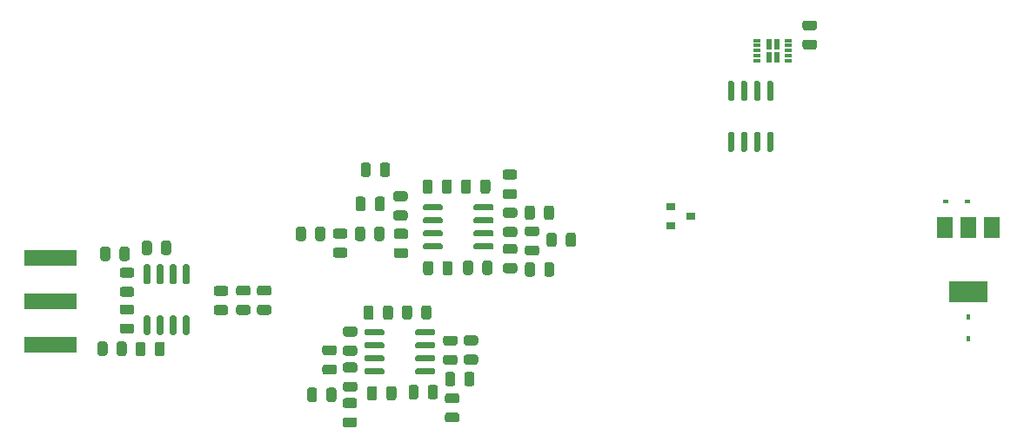
<source format=gbr>
%TF.GenerationSoftware,KiCad,Pcbnew,5.1.6-c6e7f7d~86~ubuntu18.04.1*%
%TF.CreationDate,2020-11-01T20:36:20-05:00*%
%TF.ProjectId,Senior-Design-Radar-Group,53656e69-6f72-42d4-9465-7369676e2d52,rev?*%
%TF.SameCoordinates,Original*%
%TF.FileFunction,Paste,Top*%
%TF.FilePolarity,Positive*%
%FSLAX46Y46*%
G04 Gerber Fmt 4.6, Leading zero omitted, Abs format (unit mm)*
G04 Created by KiCad (PCBNEW 5.1.6-c6e7f7d~86~ubuntu18.04.1) date 2020-11-01 20:36:20*
%MOMM*%
%LPD*%
G01*
G04 APERTURE LIST*
%ADD10R,0.600000X1.050000*%
%ADD11R,0.650000X0.300000*%
%ADD12R,1.500000X2.000000*%
%ADD13R,3.800000X2.000000*%
%ADD14R,5.080000X1.500000*%
%ADD15R,0.600000X0.450000*%
%ADD16R,0.450000X0.600000*%
%ADD17R,0.900000X0.800000*%
G04 APERTURE END LIST*
%TO.C,U7*%
G36*
G01*
X92533600Y-118133000D02*
X92533600Y-117833000D01*
G75*
G02*
X92683600Y-117683000I150000J0D01*
G01*
X94333600Y-117683000D01*
G75*
G02*
X94483600Y-117833000I0J-150000D01*
G01*
X94483600Y-118133000D01*
G75*
G02*
X94333600Y-118283000I-150000J0D01*
G01*
X92683600Y-118283000D01*
G75*
G02*
X92533600Y-118133000I0J150000D01*
G01*
G37*
G36*
G01*
X92533600Y-119403000D02*
X92533600Y-119103000D01*
G75*
G02*
X92683600Y-118953000I150000J0D01*
G01*
X94333600Y-118953000D01*
G75*
G02*
X94483600Y-119103000I0J-150000D01*
G01*
X94483600Y-119403000D01*
G75*
G02*
X94333600Y-119553000I-150000J0D01*
G01*
X92683600Y-119553000D01*
G75*
G02*
X92533600Y-119403000I0J150000D01*
G01*
G37*
G36*
G01*
X92533600Y-120673000D02*
X92533600Y-120373000D01*
G75*
G02*
X92683600Y-120223000I150000J0D01*
G01*
X94333600Y-120223000D01*
G75*
G02*
X94483600Y-120373000I0J-150000D01*
G01*
X94483600Y-120673000D01*
G75*
G02*
X94333600Y-120823000I-150000J0D01*
G01*
X92683600Y-120823000D01*
G75*
G02*
X92533600Y-120673000I0J150000D01*
G01*
G37*
G36*
G01*
X92533600Y-121943000D02*
X92533600Y-121643000D01*
G75*
G02*
X92683600Y-121493000I150000J0D01*
G01*
X94333600Y-121493000D01*
G75*
G02*
X94483600Y-121643000I0J-150000D01*
G01*
X94483600Y-121943000D01*
G75*
G02*
X94333600Y-122093000I-150000J0D01*
G01*
X92683600Y-122093000D01*
G75*
G02*
X92533600Y-121943000I0J150000D01*
G01*
G37*
G36*
G01*
X87583600Y-121943000D02*
X87583600Y-121643000D01*
G75*
G02*
X87733600Y-121493000I150000J0D01*
G01*
X89383600Y-121493000D01*
G75*
G02*
X89533600Y-121643000I0J-150000D01*
G01*
X89533600Y-121943000D01*
G75*
G02*
X89383600Y-122093000I-150000J0D01*
G01*
X87733600Y-122093000D01*
G75*
G02*
X87583600Y-121943000I0J150000D01*
G01*
G37*
G36*
G01*
X87583600Y-120673000D02*
X87583600Y-120373000D01*
G75*
G02*
X87733600Y-120223000I150000J0D01*
G01*
X89383600Y-120223000D01*
G75*
G02*
X89533600Y-120373000I0J-150000D01*
G01*
X89533600Y-120673000D01*
G75*
G02*
X89383600Y-120823000I-150000J0D01*
G01*
X87733600Y-120823000D01*
G75*
G02*
X87583600Y-120673000I0J150000D01*
G01*
G37*
G36*
G01*
X87583600Y-119403000D02*
X87583600Y-119103000D01*
G75*
G02*
X87733600Y-118953000I150000J0D01*
G01*
X89383600Y-118953000D01*
G75*
G02*
X89533600Y-119103000I0J-150000D01*
G01*
X89533600Y-119403000D01*
G75*
G02*
X89383600Y-119553000I-150000J0D01*
G01*
X87733600Y-119553000D01*
G75*
G02*
X87583600Y-119403000I0J150000D01*
G01*
G37*
G36*
G01*
X87583600Y-118133000D02*
X87583600Y-117833000D01*
G75*
G02*
X87733600Y-117683000I150000J0D01*
G01*
X89383600Y-117683000D01*
G75*
G02*
X89533600Y-117833000I0J-150000D01*
G01*
X89533600Y-118133000D01*
G75*
G02*
X89383600Y-118283000I-150000J0D01*
G01*
X87733600Y-118283000D01*
G75*
G02*
X87583600Y-118133000I0J150000D01*
G01*
G37*
%TD*%
%TO.C,U6*%
G36*
G01*
X64416800Y-128474600D02*
X64716800Y-128474600D01*
G75*
G02*
X64866800Y-128624600I0J-150000D01*
G01*
X64866800Y-130274600D01*
G75*
G02*
X64716800Y-130424600I-150000J0D01*
G01*
X64416800Y-130424600D01*
G75*
G02*
X64266800Y-130274600I0J150000D01*
G01*
X64266800Y-128624600D01*
G75*
G02*
X64416800Y-128474600I150000J0D01*
G01*
G37*
G36*
G01*
X63146800Y-128474600D02*
X63446800Y-128474600D01*
G75*
G02*
X63596800Y-128624600I0J-150000D01*
G01*
X63596800Y-130274600D01*
G75*
G02*
X63446800Y-130424600I-150000J0D01*
G01*
X63146800Y-130424600D01*
G75*
G02*
X62996800Y-130274600I0J150000D01*
G01*
X62996800Y-128624600D01*
G75*
G02*
X63146800Y-128474600I150000J0D01*
G01*
G37*
G36*
G01*
X61876800Y-128474600D02*
X62176800Y-128474600D01*
G75*
G02*
X62326800Y-128624600I0J-150000D01*
G01*
X62326800Y-130274600D01*
G75*
G02*
X62176800Y-130424600I-150000J0D01*
G01*
X61876800Y-130424600D01*
G75*
G02*
X61726800Y-130274600I0J150000D01*
G01*
X61726800Y-128624600D01*
G75*
G02*
X61876800Y-128474600I150000J0D01*
G01*
G37*
G36*
G01*
X60606800Y-128474600D02*
X60906800Y-128474600D01*
G75*
G02*
X61056800Y-128624600I0J-150000D01*
G01*
X61056800Y-130274600D01*
G75*
G02*
X60906800Y-130424600I-150000J0D01*
G01*
X60606800Y-130424600D01*
G75*
G02*
X60456800Y-130274600I0J150000D01*
G01*
X60456800Y-128624600D01*
G75*
G02*
X60606800Y-128474600I150000J0D01*
G01*
G37*
G36*
G01*
X60606800Y-123524600D02*
X60906800Y-123524600D01*
G75*
G02*
X61056800Y-123674600I0J-150000D01*
G01*
X61056800Y-125324600D01*
G75*
G02*
X60906800Y-125474600I-150000J0D01*
G01*
X60606800Y-125474600D01*
G75*
G02*
X60456800Y-125324600I0J150000D01*
G01*
X60456800Y-123674600D01*
G75*
G02*
X60606800Y-123524600I150000J0D01*
G01*
G37*
G36*
G01*
X61876800Y-123524600D02*
X62176800Y-123524600D01*
G75*
G02*
X62326800Y-123674600I0J-150000D01*
G01*
X62326800Y-125324600D01*
G75*
G02*
X62176800Y-125474600I-150000J0D01*
G01*
X61876800Y-125474600D01*
G75*
G02*
X61726800Y-125324600I0J150000D01*
G01*
X61726800Y-123674600D01*
G75*
G02*
X61876800Y-123524600I150000J0D01*
G01*
G37*
G36*
G01*
X63146800Y-123524600D02*
X63446800Y-123524600D01*
G75*
G02*
X63596800Y-123674600I0J-150000D01*
G01*
X63596800Y-125324600D01*
G75*
G02*
X63446800Y-125474600I-150000J0D01*
G01*
X63146800Y-125474600D01*
G75*
G02*
X62996800Y-125324600I0J150000D01*
G01*
X62996800Y-123674600D01*
G75*
G02*
X63146800Y-123524600I150000J0D01*
G01*
G37*
G36*
G01*
X64416800Y-123524600D02*
X64716800Y-123524600D01*
G75*
G02*
X64866800Y-123674600I0J-150000D01*
G01*
X64866800Y-125324600D01*
G75*
G02*
X64716800Y-125474600I-150000J0D01*
G01*
X64416800Y-125474600D01*
G75*
G02*
X64266800Y-125324600I0J150000D01*
G01*
X64266800Y-123674600D01*
G75*
G02*
X64416800Y-123524600I150000J0D01*
G01*
G37*
%TD*%
%TO.C,U5*%
G36*
G01*
X86844000Y-130299600D02*
X86844000Y-129999600D01*
G75*
G02*
X86994000Y-129849600I150000J0D01*
G01*
X88644000Y-129849600D01*
G75*
G02*
X88794000Y-129999600I0J-150000D01*
G01*
X88794000Y-130299600D01*
G75*
G02*
X88644000Y-130449600I-150000J0D01*
G01*
X86994000Y-130449600D01*
G75*
G02*
X86844000Y-130299600I0J150000D01*
G01*
G37*
G36*
G01*
X86844000Y-131569600D02*
X86844000Y-131269600D01*
G75*
G02*
X86994000Y-131119600I150000J0D01*
G01*
X88644000Y-131119600D01*
G75*
G02*
X88794000Y-131269600I0J-150000D01*
G01*
X88794000Y-131569600D01*
G75*
G02*
X88644000Y-131719600I-150000J0D01*
G01*
X86994000Y-131719600D01*
G75*
G02*
X86844000Y-131569600I0J150000D01*
G01*
G37*
G36*
G01*
X86844000Y-132839600D02*
X86844000Y-132539600D01*
G75*
G02*
X86994000Y-132389600I150000J0D01*
G01*
X88644000Y-132389600D01*
G75*
G02*
X88794000Y-132539600I0J-150000D01*
G01*
X88794000Y-132839600D01*
G75*
G02*
X88644000Y-132989600I-150000J0D01*
G01*
X86994000Y-132989600D01*
G75*
G02*
X86844000Y-132839600I0J150000D01*
G01*
G37*
G36*
G01*
X86844000Y-134109600D02*
X86844000Y-133809600D01*
G75*
G02*
X86994000Y-133659600I150000J0D01*
G01*
X88644000Y-133659600D01*
G75*
G02*
X88794000Y-133809600I0J-150000D01*
G01*
X88794000Y-134109600D01*
G75*
G02*
X88644000Y-134259600I-150000J0D01*
G01*
X86994000Y-134259600D01*
G75*
G02*
X86844000Y-134109600I0J150000D01*
G01*
G37*
G36*
G01*
X81894000Y-134109600D02*
X81894000Y-133809600D01*
G75*
G02*
X82044000Y-133659600I150000J0D01*
G01*
X83694000Y-133659600D01*
G75*
G02*
X83844000Y-133809600I0J-150000D01*
G01*
X83844000Y-134109600D01*
G75*
G02*
X83694000Y-134259600I-150000J0D01*
G01*
X82044000Y-134259600D01*
G75*
G02*
X81894000Y-134109600I0J150000D01*
G01*
G37*
G36*
G01*
X81894000Y-132839600D02*
X81894000Y-132539600D01*
G75*
G02*
X82044000Y-132389600I150000J0D01*
G01*
X83694000Y-132389600D01*
G75*
G02*
X83844000Y-132539600I0J-150000D01*
G01*
X83844000Y-132839600D01*
G75*
G02*
X83694000Y-132989600I-150000J0D01*
G01*
X82044000Y-132989600D01*
G75*
G02*
X81894000Y-132839600I0J150000D01*
G01*
G37*
G36*
G01*
X81894000Y-131569600D02*
X81894000Y-131269600D01*
G75*
G02*
X82044000Y-131119600I150000J0D01*
G01*
X83694000Y-131119600D01*
G75*
G02*
X83844000Y-131269600I0J-150000D01*
G01*
X83844000Y-131569600D01*
G75*
G02*
X83694000Y-131719600I-150000J0D01*
G01*
X82044000Y-131719600D01*
G75*
G02*
X81894000Y-131569600I0J150000D01*
G01*
G37*
G36*
G01*
X81894000Y-130299600D02*
X81894000Y-129999600D01*
G75*
G02*
X82044000Y-129849600I150000J0D01*
G01*
X83694000Y-129849600D01*
G75*
G02*
X83844000Y-129999600I0J-150000D01*
G01*
X83844000Y-130299600D01*
G75*
G02*
X83694000Y-130449600I-150000J0D01*
G01*
X82044000Y-130449600D01*
G75*
G02*
X81894000Y-130299600I0J150000D01*
G01*
G37*
%TD*%
D10*
%TO.C,U4*%
X122028100Y-103312200D03*
X121253100Y-103312200D03*
X121253100Y-102072200D03*
X122028100Y-102072200D03*
D11*
X123190600Y-101692200D03*
X123190600Y-102192200D03*
X123190600Y-102692200D03*
X123190600Y-103192200D03*
X123190600Y-103692200D03*
X120090600Y-103692200D03*
X120090600Y-103192200D03*
X120090600Y-102692200D03*
X120090600Y-102192200D03*
X120090600Y-101692200D03*
%TD*%
%TO.C,U3*%
G36*
G01*
X117726600Y-107593000D02*
X117426600Y-107593000D01*
G75*
G02*
X117276600Y-107443000I0J150000D01*
G01*
X117276600Y-105793000D01*
G75*
G02*
X117426600Y-105643000I150000J0D01*
G01*
X117726600Y-105643000D01*
G75*
G02*
X117876600Y-105793000I0J-150000D01*
G01*
X117876600Y-107443000D01*
G75*
G02*
X117726600Y-107593000I-150000J0D01*
G01*
G37*
G36*
G01*
X118996600Y-107593000D02*
X118696600Y-107593000D01*
G75*
G02*
X118546600Y-107443000I0J150000D01*
G01*
X118546600Y-105793000D01*
G75*
G02*
X118696600Y-105643000I150000J0D01*
G01*
X118996600Y-105643000D01*
G75*
G02*
X119146600Y-105793000I0J-150000D01*
G01*
X119146600Y-107443000D01*
G75*
G02*
X118996600Y-107593000I-150000J0D01*
G01*
G37*
G36*
G01*
X120266600Y-107593000D02*
X119966600Y-107593000D01*
G75*
G02*
X119816600Y-107443000I0J150000D01*
G01*
X119816600Y-105793000D01*
G75*
G02*
X119966600Y-105643000I150000J0D01*
G01*
X120266600Y-105643000D01*
G75*
G02*
X120416600Y-105793000I0J-150000D01*
G01*
X120416600Y-107443000D01*
G75*
G02*
X120266600Y-107593000I-150000J0D01*
G01*
G37*
G36*
G01*
X121536600Y-107593000D02*
X121236600Y-107593000D01*
G75*
G02*
X121086600Y-107443000I0J150000D01*
G01*
X121086600Y-105793000D01*
G75*
G02*
X121236600Y-105643000I150000J0D01*
G01*
X121536600Y-105643000D01*
G75*
G02*
X121686600Y-105793000I0J-150000D01*
G01*
X121686600Y-107443000D01*
G75*
G02*
X121536600Y-107593000I-150000J0D01*
G01*
G37*
G36*
G01*
X121536600Y-112543000D02*
X121236600Y-112543000D01*
G75*
G02*
X121086600Y-112393000I0J150000D01*
G01*
X121086600Y-110743000D01*
G75*
G02*
X121236600Y-110593000I150000J0D01*
G01*
X121536600Y-110593000D01*
G75*
G02*
X121686600Y-110743000I0J-150000D01*
G01*
X121686600Y-112393000D01*
G75*
G02*
X121536600Y-112543000I-150000J0D01*
G01*
G37*
G36*
G01*
X120266600Y-112543000D02*
X119966600Y-112543000D01*
G75*
G02*
X119816600Y-112393000I0J150000D01*
G01*
X119816600Y-110743000D01*
G75*
G02*
X119966600Y-110593000I150000J0D01*
G01*
X120266600Y-110593000D01*
G75*
G02*
X120416600Y-110743000I0J-150000D01*
G01*
X120416600Y-112393000D01*
G75*
G02*
X120266600Y-112543000I-150000J0D01*
G01*
G37*
G36*
G01*
X118996600Y-112543000D02*
X118696600Y-112543000D01*
G75*
G02*
X118546600Y-112393000I0J150000D01*
G01*
X118546600Y-110743000D01*
G75*
G02*
X118696600Y-110593000I150000J0D01*
G01*
X118996600Y-110593000D01*
G75*
G02*
X119146600Y-110743000I0J-150000D01*
G01*
X119146600Y-112393000D01*
G75*
G02*
X118996600Y-112543000I-150000J0D01*
G01*
G37*
G36*
G01*
X117726600Y-112543000D02*
X117426600Y-112543000D01*
G75*
G02*
X117276600Y-112393000I0J150000D01*
G01*
X117276600Y-110743000D01*
G75*
G02*
X117426600Y-110593000I150000J0D01*
G01*
X117726600Y-110593000D01*
G75*
G02*
X117876600Y-110743000I0J-150000D01*
G01*
X117876600Y-112393000D01*
G75*
G02*
X117726600Y-112543000I-150000J0D01*
G01*
G37*
%TD*%
D12*
%TO.C,U2*%
X142965200Y-119913000D03*
X138365200Y-119913000D03*
X140665200Y-119913000D03*
D13*
X140665200Y-126213000D03*
%TD*%
%TO.C,R22*%
G36*
G01*
X96519050Y-115272400D02*
X95606550Y-115272400D01*
G75*
G02*
X95362800Y-115028650I0J243750D01*
G01*
X95362800Y-114541150D01*
G75*
G02*
X95606550Y-114297400I243750J0D01*
G01*
X96519050Y-114297400D01*
G75*
G02*
X96762800Y-114541150I0J-243750D01*
G01*
X96762800Y-115028650D01*
G75*
G02*
X96519050Y-115272400I-243750J0D01*
G01*
G37*
G36*
G01*
X96519050Y-117147400D02*
X95606550Y-117147400D01*
G75*
G02*
X95362800Y-116903650I0J243750D01*
G01*
X95362800Y-116416150D01*
G75*
G02*
X95606550Y-116172400I243750J0D01*
G01*
X96519050Y-116172400D01*
G75*
G02*
X96762800Y-116416150I0J-243750D01*
G01*
X96762800Y-116903650D01*
G75*
G02*
X96519050Y-117147400I-243750J0D01*
G01*
G37*
%TD*%
%TO.C,R21*%
G36*
G01*
X95631950Y-119880800D02*
X96544450Y-119880800D01*
G75*
G02*
X96788200Y-120124550I0J-243750D01*
G01*
X96788200Y-120612050D01*
G75*
G02*
X96544450Y-120855800I-243750J0D01*
G01*
X95631950Y-120855800D01*
G75*
G02*
X95388200Y-120612050I0J243750D01*
G01*
X95388200Y-120124550D01*
G75*
G02*
X95631950Y-119880800I243750J0D01*
G01*
G37*
G36*
G01*
X95631950Y-118005800D02*
X96544450Y-118005800D01*
G75*
G02*
X96788200Y-118249550I0J-243750D01*
G01*
X96788200Y-118737050D01*
G75*
G02*
X96544450Y-118980800I-243750J0D01*
G01*
X95631950Y-118980800D01*
G75*
G02*
X95388200Y-118737050I0J243750D01*
G01*
X95388200Y-118249550D01*
G75*
G02*
X95631950Y-118005800I243750J0D01*
G01*
G37*
%TD*%
%TO.C,R20*%
G36*
G01*
X99385300Y-118947250D02*
X99385300Y-118034750D01*
G75*
G02*
X99629050Y-117791000I243750J0D01*
G01*
X100116550Y-117791000D01*
G75*
G02*
X100360300Y-118034750I0J-243750D01*
G01*
X100360300Y-118947250D01*
G75*
G02*
X100116550Y-119191000I-243750J0D01*
G01*
X99629050Y-119191000D01*
G75*
G02*
X99385300Y-118947250I0J243750D01*
G01*
G37*
G36*
G01*
X97510300Y-118947250D02*
X97510300Y-118034750D01*
G75*
G02*
X97754050Y-117791000I243750J0D01*
G01*
X98241550Y-117791000D01*
G75*
G02*
X98485300Y-118034750I0J-243750D01*
G01*
X98485300Y-118947250D01*
G75*
G02*
X98241550Y-119191000I-243750J0D01*
G01*
X97754050Y-119191000D01*
G75*
G02*
X97510300Y-118947250I0J243750D01*
G01*
G37*
%TD*%
%TO.C,R19*%
G36*
G01*
X96544450Y-122509100D02*
X95631950Y-122509100D01*
G75*
G02*
X95388200Y-122265350I0J243750D01*
G01*
X95388200Y-121777850D01*
G75*
G02*
X95631950Y-121534100I243750J0D01*
G01*
X96544450Y-121534100D01*
G75*
G02*
X96788200Y-121777850I0J-243750D01*
G01*
X96788200Y-122265350D01*
G75*
G02*
X96544450Y-122509100I-243750J0D01*
G01*
G37*
G36*
G01*
X96544450Y-124384100D02*
X95631950Y-124384100D01*
G75*
G02*
X95388200Y-124140350I0J243750D01*
G01*
X95388200Y-123652850D01*
G75*
G02*
X95631950Y-123409100I243750J0D01*
G01*
X96544450Y-123409100D01*
G75*
G02*
X96788200Y-123652850I0J-243750D01*
G01*
X96788200Y-124140350D01*
G75*
G02*
X96544450Y-124384100I-243750J0D01*
G01*
G37*
%TD*%
%TO.C,R18*%
G36*
G01*
X98508400Y-123571950D02*
X98508400Y-124484450D01*
G75*
G02*
X98264650Y-124728200I-243750J0D01*
G01*
X97777150Y-124728200D01*
G75*
G02*
X97533400Y-124484450I0J243750D01*
G01*
X97533400Y-123571950D01*
G75*
G02*
X97777150Y-123328200I243750J0D01*
G01*
X98264650Y-123328200D01*
G75*
G02*
X98508400Y-123571950I0J-243750D01*
G01*
G37*
G36*
G01*
X100383400Y-123571950D02*
X100383400Y-124484450D01*
G75*
G02*
X100139650Y-124728200I-243750J0D01*
G01*
X99652150Y-124728200D01*
G75*
G02*
X99408400Y-124484450I0J243750D01*
G01*
X99408400Y-123571950D01*
G75*
G02*
X99652150Y-123328200I243750J0D01*
G01*
X100139650Y-123328200D01*
G75*
G02*
X100383400Y-123571950I0J-243750D01*
G01*
G37*
%TD*%
%TO.C,R17*%
G36*
G01*
X93388600Y-124306650D02*
X93388600Y-123394150D01*
G75*
G02*
X93632350Y-123150400I243750J0D01*
G01*
X94119850Y-123150400D01*
G75*
G02*
X94363600Y-123394150I0J-243750D01*
G01*
X94363600Y-124306650D01*
G75*
G02*
X94119850Y-124550400I-243750J0D01*
G01*
X93632350Y-124550400D01*
G75*
G02*
X93388600Y-124306650I0J243750D01*
G01*
G37*
G36*
G01*
X91513600Y-124306650D02*
X91513600Y-123394150D01*
G75*
G02*
X91757350Y-123150400I243750J0D01*
G01*
X92244850Y-123150400D01*
G75*
G02*
X92488600Y-123394150I0J-243750D01*
G01*
X92488600Y-124306650D01*
G75*
G02*
X92244850Y-124550400I-243750J0D01*
G01*
X91757350Y-124550400D01*
G75*
G02*
X91513600Y-124306650I0J243750D01*
G01*
G37*
%TD*%
%TO.C,R16*%
G36*
G01*
X85876450Y-117380600D02*
X84963950Y-117380600D01*
G75*
G02*
X84720200Y-117136850I0J243750D01*
G01*
X84720200Y-116649350D01*
G75*
G02*
X84963950Y-116405600I243750J0D01*
G01*
X85876450Y-116405600D01*
G75*
G02*
X86120200Y-116649350I0J-243750D01*
G01*
X86120200Y-117136850D01*
G75*
G02*
X85876450Y-117380600I-243750J0D01*
G01*
G37*
G36*
G01*
X85876450Y-119255600D02*
X84963950Y-119255600D01*
G75*
G02*
X84720200Y-119011850I0J243750D01*
G01*
X84720200Y-118524350D01*
G75*
G02*
X84963950Y-118280600I243750J0D01*
G01*
X85876450Y-118280600D01*
G75*
G02*
X86120200Y-118524350I0J-243750D01*
G01*
X86120200Y-119011850D01*
G75*
G02*
X85876450Y-119255600I-243750J0D01*
G01*
G37*
%TD*%
%TO.C,R15*%
G36*
G01*
X89502400Y-124357450D02*
X89502400Y-123444950D01*
G75*
G02*
X89746150Y-123201200I243750J0D01*
G01*
X90233650Y-123201200D01*
G75*
G02*
X90477400Y-123444950I0J-243750D01*
G01*
X90477400Y-124357450D01*
G75*
G02*
X90233650Y-124601200I-243750J0D01*
G01*
X89746150Y-124601200D01*
G75*
G02*
X89502400Y-124357450I0J243750D01*
G01*
G37*
G36*
G01*
X87627400Y-124357450D02*
X87627400Y-123444950D01*
G75*
G02*
X87871150Y-123201200I243750J0D01*
G01*
X88358650Y-123201200D01*
G75*
G02*
X88602400Y-123444950I0J-243750D01*
G01*
X88602400Y-124357450D01*
G75*
G02*
X88358650Y-124601200I-243750J0D01*
G01*
X87871150Y-124601200D01*
G75*
G02*
X87627400Y-124357450I0J243750D01*
G01*
G37*
%TD*%
%TO.C,R14*%
G36*
G01*
X81973000Y-120092150D02*
X81973000Y-121004650D01*
G75*
G02*
X81729250Y-121248400I-243750J0D01*
G01*
X81241750Y-121248400D01*
G75*
G02*
X80998000Y-121004650I0J243750D01*
G01*
X80998000Y-120092150D01*
G75*
G02*
X81241750Y-119848400I243750J0D01*
G01*
X81729250Y-119848400D01*
G75*
G02*
X81973000Y-120092150I0J-243750D01*
G01*
G37*
G36*
G01*
X83848000Y-120092150D02*
X83848000Y-121004650D01*
G75*
G02*
X83604250Y-121248400I-243750J0D01*
G01*
X83116750Y-121248400D01*
G75*
G02*
X82873000Y-121004650I0J243750D01*
G01*
X82873000Y-120092150D01*
G75*
G02*
X83116750Y-119848400I243750J0D01*
G01*
X83604250Y-119848400D01*
G75*
G02*
X83848000Y-120092150I0J-243750D01*
G01*
G37*
%TD*%
%TO.C,R13*%
G36*
G01*
X79096550Y-121915100D02*
X80009050Y-121915100D01*
G75*
G02*
X80252800Y-122158850I0J-243750D01*
G01*
X80252800Y-122646350D01*
G75*
G02*
X80009050Y-122890100I-243750J0D01*
G01*
X79096550Y-122890100D01*
G75*
G02*
X78852800Y-122646350I0J243750D01*
G01*
X78852800Y-122158850D01*
G75*
G02*
X79096550Y-121915100I243750J0D01*
G01*
G37*
G36*
G01*
X79096550Y-120040100D02*
X80009050Y-120040100D01*
G75*
G02*
X80252800Y-120283850I0J-243750D01*
G01*
X80252800Y-120771350D01*
G75*
G02*
X80009050Y-121015100I-243750J0D01*
G01*
X79096550Y-121015100D01*
G75*
G02*
X78852800Y-120771350I0J243750D01*
G01*
X78852800Y-120283850D01*
G75*
G02*
X79096550Y-120040100I243750J0D01*
G01*
G37*
%TD*%
%TO.C,R12*%
G36*
G01*
X77107200Y-121004650D02*
X77107200Y-120092150D01*
G75*
G02*
X77350950Y-119848400I243750J0D01*
G01*
X77838450Y-119848400D01*
G75*
G02*
X78082200Y-120092150I0J-243750D01*
G01*
X78082200Y-121004650D01*
G75*
G02*
X77838450Y-121248400I-243750J0D01*
G01*
X77350950Y-121248400D01*
G75*
G02*
X77107200Y-121004650I0J243750D01*
G01*
G37*
G36*
G01*
X75232200Y-121004650D02*
X75232200Y-120092150D01*
G75*
G02*
X75475950Y-119848400I243750J0D01*
G01*
X75963450Y-119848400D01*
G75*
G02*
X76207200Y-120092150I0J-243750D01*
G01*
X76207200Y-121004650D01*
G75*
G02*
X75963450Y-121248400I-243750J0D01*
G01*
X75475950Y-121248400D01*
G75*
G02*
X75232200Y-121004650I0J243750D01*
G01*
G37*
%TD*%
%TO.C,R11*%
G36*
G01*
X60611600Y-131318950D02*
X60611600Y-132231450D01*
G75*
G02*
X60367850Y-132475200I-243750J0D01*
G01*
X59880350Y-132475200D01*
G75*
G02*
X59636600Y-132231450I0J243750D01*
G01*
X59636600Y-131318950D01*
G75*
G02*
X59880350Y-131075200I243750J0D01*
G01*
X60367850Y-131075200D01*
G75*
G02*
X60611600Y-131318950I0J-243750D01*
G01*
G37*
G36*
G01*
X62486600Y-131318950D02*
X62486600Y-132231450D01*
G75*
G02*
X62242850Y-132475200I-243750J0D01*
G01*
X61755350Y-132475200D01*
G75*
G02*
X61511600Y-132231450I0J243750D01*
G01*
X61511600Y-131318950D01*
G75*
G02*
X61755350Y-131075200I243750J0D01*
G01*
X62242850Y-131075200D01*
G75*
G02*
X62486600Y-131318950I0J-243750D01*
G01*
G37*
%TD*%
%TO.C,R10*%
G36*
G01*
X61221200Y-121463750D02*
X61221200Y-122376250D01*
G75*
G02*
X60977450Y-122620000I-243750J0D01*
G01*
X60489950Y-122620000D01*
G75*
G02*
X60246200Y-122376250I0J243750D01*
G01*
X60246200Y-121463750D01*
G75*
G02*
X60489950Y-121220000I243750J0D01*
G01*
X60977450Y-121220000D01*
G75*
G02*
X61221200Y-121463750I0J-243750D01*
G01*
G37*
G36*
G01*
X63096200Y-121463750D02*
X63096200Y-122376250D01*
G75*
G02*
X62852450Y-122620000I-243750J0D01*
G01*
X62364950Y-122620000D01*
G75*
G02*
X62121200Y-122376250I0J243750D01*
G01*
X62121200Y-121463750D01*
G75*
G02*
X62364950Y-121220000I243750J0D01*
G01*
X62852450Y-121220000D01*
G75*
G02*
X63096200Y-121463750I0J-243750D01*
G01*
G37*
%TD*%
%TO.C,R9*%
G36*
G01*
X59257250Y-128404200D02*
X58344750Y-128404200D01*
G75*
G02*
X58101000Y-128160450I0J243750D01*
G01*
X58101000Y-127672950D01*
G75*
G02*
X58344750Y-127429200I243750J0D01*
G01*
X59257250Y-127429200D01*
G75*
G02*
X59501000Y-127672950I0J-243750D01*
G01*
X59501000Y-128160450D01*
G75*
G02*
X59257250Y-128404200I-243750J0D01*
G01*
G37*
G36*
G01*
X59257250Y-130279200D02*
X58344750Y-130279200D01*
G75*
G02*
X58101000Y-130035450I0J243750D01*
G01*
X58101000Y-129547950D01*
G75*
G02*
X58344750Y-129304200I243750J0D01*
G01*
X59257250Y-129304200D01*
G75*
G02*
X59501000Y-129547950I0J-243750D01*
G01*
X59501000Y-130035450D01*
G75*
G02*
X59257250Y-130279200I-243750J0D01*
G01*
G37*
%TD*%
%TO.C,R8*%
G36*
G01*
X58344750Y-125722800D02*
X59257250Y-125722800D01*
G75*
G02*
X59501000Y-125966550I0J-243750D01*
G01*
X59501000Y-126454050D01*
G75*
G02*
X59257250Y-126697800I-243750J0D01*
G01*
X58344750Y-126697800D01*
G75*
G02*
X58101000Y-126454050I0J243750D01*
G01*
X58101000Y-125966550D01*
G75*
G02*
X58344750Y-125722800I243750J0D01*
G01*
G37*
G36*
G01*
X58344750Y-123847800D02*
X59257250Y-123847800D01*
G75*
G02*
X59501000Y-124091550I0J-243750D01*
G01*
X59501000Y-124579050D01*
G75*
G02*
X59257250Y-124822800I-243750J0D01*
G01*
X58344750Y-124822800D01*
G75*
G02*
X58101000Y-124579050I0J243750D01*
G01*
X58101000Y-124091550D01*
G75*
G02*
X58344750Y-123847800I243750J0D01*
G01*
G37*
%TD*%
%TO.C,R7*%
G36*
G01*
X91638300Y-135177850D02*
X91638300Y-134265350D01*
G75*
G02*
X91882050Y-134021600I243750J0D01*
G01*
X92369550Y-134021600D01*
G75*
G02*
X92613300Y-134265350I0J-243750D01*
G01*
X92613300Y-135177850D01*
G75*
G02*
X92369550Y-135421600I-243750J0D01*
G01*
X91882050Y-135421600D01*
G75*
G02*
X91638300Y-135177850I0J243750D01*
G01*
G37*
G36*
G01*
X89763300Y-135177850D02*
X89763300Y-134265350D01*
G75*
G02*
X90007050Y-134021600I243750J0D01*
G01*
X90494550Y-134021600D01*
G75*
G02*
X90738300Y-134265350I0J-243750D01*
G01*
X90738300Y-135177850D01*
G75*
G02*
X90494550Y-135421600I-243750J0D01*
G01*
X90007050Y-135421600D01*
G75*
G02*
X89763300Y-135177850I0J243750D01*
G01*
G37*
%TD*%
%TO.C,R6*%
G36*
G01*
X91821950Y-132326800D02*
X92734450Y-132326800D01*
G75*
G02*
X92978200Y-132570550I0J-243750D01*
G01*
X92978200Y-133058050D01*
G75*
G02*
X92734450Y-133301800I-243750J0D01*
G01*
X91821950Y-133301800D01*
G75*
G02*
X91578200Y-133058050I0J243750D01*
G01*
X91578200Y-132570550D01*
G75*
G02*
X91821950Y-132326800I243750J0D01*
G01*
G37*
G36*
G01*
X91821950Y-130451800D02*
X92734450Y-130451800D01*
G75*
G02*
X92978200Y-130695550I0J-243750D01*
G01*
X92978200Y-131183050D01*
G75*
G02*
X92734450Y-131426800I-243750J0D01*
G01*
X91821950Y-131426800D01*
G75*
G02*
X91578200Y-131183050I0J243750D01*
G01*
X91578200Y-130695550D01*
G75*
G02*
X91821950Y-130451800I243750J0D01*
G01*
G37*
%TD*%
%TO.C,R5*%
G36*
G01*
X87180000Y-135535350D02*
X87180000Y-136447850D01*
G75*
G02*
X86936250Y-136691600I-243750J0D01*
G01*
X86448750Y-136691600D01*
G75*
G02*
X86205000Y-136447850I0J243750D01*
G01*
X86205000Y-135535350D01*
G75*
G02*
X86448750Y-135291600I243750J0D01*
G01*
X86936250Y-135291600D01*
G75*
G02*
X87180000Y-135535350I0J-243750D01*
G01*
G37*
G36*
G01*
X89055000Y-135535350D02*
X89055000Y-136447850D01*
G75*
G02*
X88811250Y-136691600I-243750J0D01*
G01*
X88323750Y-136691600D01*
G75*
G02*
X88080000Y-136447850I0J243750D01*
G01*
X88080000Y-135535350D01*
G75*
G02*
X88323750Y-135291600I243750J0D01*
G01*
X88811250Y-135291600D01*
G75*
G02*
X89055000Y-135535350I0J-243750D01*
G01*
G37*
%TD*%
%TO.C,R4*%
G36*
G01*
X80974250Y-134068400D02*
X80061750Y-134068400D01*
G75*
G02*
X79818000Y-133824650I0J243750D01*
G01*
X79818000Y-133337150D01*
G75*
G02*
X80061750Y-133093400I243750J0D01*
G01*
X80974250Y-133093400D01*
G75*
G02*
X81218000Y-133337150I0J-243750D01*
G01*
X81218000Y-133824650D01*
G75*
G02*
X80974250Y-134068400I-243750J0D01*
G01*
G37*
G36*
G01*
X80974250Y-135943400D02*
X80061750Y-135943400D01*
G75*
G02*
X79818000Y-135699650I0J243750D01*
G01*
X79818000Y-135212150D01*
G75*
G02*
X80061750Y-134968400I243750J0D01*
G01*
X80974250Y-134968400D01*
G75*
G02*
X81218000Y-135212150I0J-243750D01*
G01*
X81218000Y-135699650D01*
G75*
G02*
X80974250Y-135943400I-243750J0D01*
G01*
G37*
%TD*%
%TO.C,R3*%
G36*
G01*
X78967650Y-132392000D02*
X78055150Y-132392000D01*
G75*
G02*
X77811400Y-132148250I0J243750D01*
G01*
X77811400Y-131660750D01*
G75*
G02*
X78055150Y-131417000I243750J0D01*
G01*
X78967650Y-131417000D01*
G75*
G02*
X79211400Y-131660750I0J-243750D01*
G01*
X79211400Y-132148250D01*
G75*
G02*
X78967650Y-132392000I-243750J0D01*
G01*
G37*
G36*
G01*
X78967650Y-134267000D02*
X78055150Y-134267000D01*
G75*
G02*
X77811400Y-134023250I0J243750D01*
G01*
X77811400Y-133535750D01*
G75*
G02*
X78055150Y-133292000I243750J0D01*
G01*
X78967650Y-133292000D01*
G75*
G02*
X79211400Y-133535750I0J-243750D01*
G01*
X79211400Y-134023250D01*
G75*
G02*
X78967650Y-134267000I-243750J0D01*
G01*
G37*
%TD*%
%TO.C,R2*%
G36*
G01*
X78201700Y-136701850D02*
X78201700Y-135789350D01*
G75*
G02*
X78445450Y-135545600I243750J0D01*
G01*
X78932950Y-135545600D01*
G75*
G02*
X79176700Y-135789350I0J-243750D01*
G01*
X79176700Y-136701850D01*
G75*
G02*
X78932950Y-136945600I-243750J0D01*
G01*
X78445450Y-136945600D01*
G75*
G02*
X78201700Y-136701850I0J243750D01*
G01*
G37*
G36*
G01*
X76326700Y-136701850D02*
X76326700Y-135789350D01*
G75*
G02*
X76570450Y-135545600I243750J0D01*
G01*
X77057950Y-135545600D01*
G75*
G02*
X77301700Y-135789350I0J-243750D01*
G01*
X77301700Y-136701850D01*
G75*
G02*
X77057950Y-136945600I-243750J0D01*
G01*
X76570450Y-136945600D01*
G75*
G02*
X76326700Y-136701850I0J243750D01*
G01*
G37*
%TD*%
%TO.C,R1*%
G36*
G01*
X124791150Y-101618200D02*
X125703650Y-101618200D01*
G75*
G02*
X125947400Y-101861950I0J-243750D01*
G01*
X125947400Y-102349450D01*
G75*
G02*
X125703650Y-102593200I-243750J0D01*
G01*
X124791150Y-102593200D01*
G75*
G02*
X124547400Y-102349450I0J243750D01*
G01*
X124547400Y-101861950D01*
G75*
G02*
X124791150Y-101618200I243750J0D01*
G01*
G37*
G36*
G01*
X124791150Y-99743200D02*
X125703650Y-99743200D01*
G75*
G02*
X125947400Y-99986950I0J-243750D01*
G01*
X125947400Y-100474450D01*
G75*
G02*
X125703650Y-100718200I-243750J0D01*
G01*
X124791150Y-100718200D01*
G75*
G02*
X124547400Y-100474450I0J243750D01*
G01*
X124547400Y-99986950D01*
G75*
G02*
X124791150Y-99743200I243750J0D01*
G01*
G37*
%TD*%
D14*
%TO.C,J2*%
X51358800Y-127135200D03*
X51358800Y-131385200D03*
X51358800Y-122885200D03*
%TD*%
D15*
%TO.C,D3*%
X140572200Y-117373400D03*
X138472200Y-117373400D03*
%TD*%
D16*
%TO.C,D2*%
X140639800Y-128667800D03*
X140639800Y-130767800D03*
%TD*%
D17*
%TO.C,D1*%
X113683800Y-118836400D03*
X111683800Y-119786400D03*
X111683800Y-117886400D03*
%TD*%
%TO.C,C22*%
G36*
G01*
X83422159Y-114757650D02*
X83422159Y-113845150D01*
G75*
G02*
X83665909Y-113601400I243750J0D01*
G01*
X84153409Y-113601400D01*
G75*
G02*
X84397159Y-113845150I0J-243750D01*
G01*
X84397159Y-114757650D01*
G75*
G02*
X84153409Y-115001400I-243750J0D01*
G01*
X83665909Y-115001400D01*
G75*
G02*
X83422159Y-114757650I0J243750D01*
G01*
G37*
G36*
G01*
X81547159Y-114757650D02*
X81547159Y-113845150D01*
G75*
G02*
X81790909Y-113601400I243750J0D01*
G01*
X82278409Y-113601400D01*
G75*
G02*
X82522159Y-113845150I0J-243750D01*
G01*
X82522159Y-114757650D01*
G75*
G02*
X82278409Y-115001400I-243750J0D01*
G01*
X81790909Y-115001400D01*
G75*
G02*
X81547159Y-114757650I0J243750D01*
G01*
G37*
%TD*%
%TO.C,C21*%
G36*
G01*
X93185400Y-116407250D02*
X93185400Y-115494750D01*
G75*
G02*
X93429150Y-115251000I243750J0D01*
G01*
X93916650Y-115251000D01*
G75*
G02*
X94160400Y-115494750I0J-243750D01*
G01*
X94160400Y-116407250D01*
G75*
G02*
X93916650Y-116651000I-243750J0D01*
G01*
X93429150Y-116651000D01*
G75*
G02*
X93185400Y-116407250I0J243750D01*
G01*
G37*
G36*
G01*
X91310400Y-116407250D02*
X91310400Y-115494750D01*
G75*
G02*
X91554150Y-115251000I243750J0D01*
G01*
X92041650Y-115251000D01*
G75*
G02*
X92285400Y-115494750I0J-243750D01*
G01*
X92285400Y-116407250D01*
G75*
G02*
X92041650Y-116651000I-243750J0D01*
G01*
X91554150Y-116651000D01*
G75*
G02*
X91310400Y-116407250I0J243750D01*
G01*
G37*
%TD*%
%TO.C,C20*%
G36*
G01*
X89449559Y-116403050D02*
X89449559Y-115490550D01*
G75*
G02*
X89693309Y-115246800I243750J0D01*
G01*
X90180809Y-115246800D01*
G75*
G02*
X90424559Y-115490550I0J-243750D01*
G01*
X90424559Y-116403050D01*
G75*
G02*
X90180809Y-116646800I-243750J0D01*
G01*
X89693309Y-116646800D01*
G75*
G02*
X89449559Y-116403050I0J243750D01*
G01*
G37*
G36*
G01*
X87574559Y-116403050D02*
X87574559Y-115490550D01*
G75*
G02*
X87818309Y-115246800I243750J0D01*
G01*
X88305809Y-115246800D01*
G75*
G02*
X88549559Y-115490550I0J-243750D01*
G01*
X88549559Y-116403050D01*
G75*
G02*
X88305809Y-116646800I-243750J0D01*
G01*
X87818309Y-116646800D01*
G75*
G02*
X87574559Y-116403050I0J243750D01*
G01*
G37*
%TD*%
%TO.C,C19*%
G36*
G01*
X69675550Y-127475400D02*
X70588050Y-127475400D01*
G75*
G02*
X70831800Y-127719150I0J-243750D01*
G01*
X70831800Y-128206650D01*
G75*
G02*
X70588050Y-128450400I-243750J0D01*
G01*
X69675550Y-128450400D01*
G75*
G02*
X69431800Y-128206650I0J243750D01*
G01*
X69431800Y-127719150D01*
G75*
G02*
X69675550Y-127475400I243750J0D01*
G01*
G37*
G36*
G01*
X69675550Y-125600400D02*
X70588050Y-125600400D01*
G75*
G02*
X70831800Y-125844150I0J-243750D01*
G01*
X70831800Y-126331650D01*
G75*
G02*
X70588050Y-126575400I-243750J0D01*
G01*
X69675550Y-126575400D01*
G75*
G02*
X69431800Y-126331650I0J243750D01*
G01*
X69431800Y-125844150D01*
G75*
G02*
X69675550Y-125600400I243750J0D01*
G01*
G37*
%TD*%
%TO.C,C18*%
G36*
G01*
X67488750Y-127500800D02*
X68401250Y-127500800D01*
G75*
G02*
X68645000Y-127744550I0J-243750D01*
G01*
X68645000Y-128232050D01*
G75*
G02*
X68401250Y-128475800I-243750J0D01*
G01*
X67488750Y-128475800D01*
G75*
G02*
X67245000Y-128232050I0J243750D01*
G01*
X67245000Y-127744550D01*
G75*
G02*
X67488750Y-127500800I243750J0D01*
G01*
G37*
G36*
G01*
X67488750Y-125625800D02*
X68401250Y-125625800D01*
G75*
G02*
X68645000Y-125869550I0J-243750D01*
G01*
X68645000Y-126357050D01*
G75*
G02*
X68401250Y-126600800I-243750J0D01*
G01*
X67488750Y-126600800D01*
G75*
G02*
X67245000Y-126357050I0J243750D01*
G01*
X67245000Y-125869550D01*
G75*
G02*
X67488750Y-125625800I243750J0D01*
G01*
G37*
%TD*%
%TO.C,C17*%
G36*
G01*
X72617650Y-126575400D02*
X71705150Y-126575400D01*
G75*
G02*
X71461400Y-126331650I0J243750D01*
G01*
X71461400Y-125844150D01*
G75*
G02*
X71705150Y-125600400I243750J0D01*
G01*
X72617650Y-125600400D01*
G75*
G02*
X72861400Y-125844150I0J-243750D01*
G01*
X72861400Y-126331650D01*
G75*
G02*
X72617650Y-126575400I-243750J0D01*
G01*
G37*
G36*
G01*
X72617650Y-128450400D02*
X71705150Y-128450400D01*
G75*
G02*
X71461400Y-128206650I0J243750D01*
G01*
X71461400Y-127719150D01*
G75*
G02*
X71705150Y-127475400I243750J0D01*
G01*
X72617650Y-127475400D01*
G75*
G02*
X72861400Y-127719150I0J-243750D01*
G01*
X72861400Y-128206650D01*
G75*
G02*
X72617650Y-128450400I-243750J0D01*
G01*
G37*
%TD*%
%TO.C,C16*%
G36*
G01*
X98678050Y-120784200D02*
X97765550Y-120784200D01*
G75*
G02*
X97521800Y-120540450I0J243750D01*
G01*
X97521800Y-120052950D01*
G75*
G02*
X97765550Y-119809200I243750J0D01*
G01*
X98678050Y-119809200D01*
G75*
G02*
X98921800Y-120052950I0J-243750D01*
G01*
X98921800Y-120540450D01*
G75*
G02*
X98678050Y-120784200I-243750J0D01*
G01*
G37*
G36*
G01*
X98678050Y-122659200D02*
X97765550Y-122659200D01*
G75*
G02*
X97521800Y-122415450I0J243750D01*
G01*
X97521800Y-121927950D01*
G75*
G02*
X97765550Y-121684200I243750J0D01*
G01*
X98678050Y-121684200D01*
G75*
G02*
X98921800Y-121927950I0J-243750D01*
G01*
X98921800Y-122415450D01*
G75*
G02*
X98678050Y-122659200I-243750J0D01*
G01*
G37*
%TD*%
%TO.C,C15*%
G36*
G01*
X101516600Y-121588850D02*
X101516600Y-120676350D01*
G75*
G02*
X101760350Y-120432600I243750J0D01*
G01*
X102247850Y-120432600D01*
G75*
G02*
X102491600Y-120676350I0J-243750D01*
G01*
X102491600Y-121588850D01*
G75*
G02*
X102247850Y-121832600I-243750J0D01*
G01*
X101760350Y-121832600D01*
G75*
G02*
X101516600Y-121588850I0J243750D01*
G01*
G37*
G36*
G01*
X99641600Y-121588850D02*
X99641600Y-120676350D01*
G75*
G02*
X99885350Y-120432600I243750J0D01*
G01*
X100372850Y-120432600D01*
G75*
G02*
X100616600Y-120676350I0J-243750D01*
G01*
X100616600Y-121588850D01*
G75*
G02*
X100372850Y-121832600I-243750J0D01*
G01*
X99885350Y-121832600D01*
G75*
G02*
X99641600Y-121588850I0J243750D01*
G01*
G37*
%TD*%
%TO.C,C14*%
G36*
G01*
X82921500Y-118083650D02*
X82921500Y-117171150D01*
G75*
G02*
X83165250Y-116927400I243750J0D01*
G01*
X83652750Y-116927400D01*
G75*
G02*
X83896500Y-117171150I0J-243750D01*
G01*
X83896500Y-118083650D01*
G75*
G02*
X83652750Y-118327400I-243750J0D01*
G01*
X83165250Y-118327400D01*
G75*
G02*
X82921500Y-118083650I0J243750D01*
G01*
G37*
G36*
G01*
X81046500Y-118083650D02*
X81046500Y-117171150D01*
G75*
G02*
X81290250Y-116927400I243750J0D01*
G01*
X81777750Y-116927400D01*
G75*
G02*
X82021500Y-117171150I0J-243750D01*
G01*
X82021500Y-118083650D01*
G75*
G02*
X81777750Y-118327400I-243750J0D01*
G01*
X81290250Y-118327400D01*
G75*
G02*
X81046500Y-118083650I0J243750D01*
G01*
G37*
%TD*%
%TO.C,C13*%
G36*
G01*
X85014750Y-121935900D02*
X85927250Y-121935900D01*
G75*
G02*
X86171000Y-122179650I0J-243750D01*
G01*
X86171000Y-122667150D01*
G75*
G02*
X85927250Y-122910900I-243750J0D01*
G01*
X85014750Y-122910900D01*
G75*
G02*
X84771000Y-122667150I0J243750D01*
G01*
X84771000Y-122179650D01*
G75*
G02*
X85014750Y-121935900I243750J0D01*
G01*
G37*
G36*
G01*
X85014750Y-120060900D02*
X85927250Y-120060900D01*
G75*
G02*
X86171000Y-120304650I0J-243750D01*
G01*
X86171000Y-120792150D01*
G75*
G02*
X85927250Y-121035900I-243750J0D01*
G01*
X85014750Y-121035900D01*
G75*
G02*
X84771000Y-120792150I0J243750D01*
G01*
X84771000Y-120304650D01*
G75*
G02*
X85014750Y-120060900I243750J0D01*
G01*
G37*
%TD*%
%TO.C,C12*%
G36*
G01*
X87445000Y-128675450D02*
X87445000Y-127762950D01*
G75*
G02*
X87688750Y-127519200I243750J0D01*
G01*
X88176250Y-127519200D01*
G75*
G02*
X88420000Y-127762950I0J-243750D01*
G01*
X88420000Y-128675450D01*
G75*
G02*
X88176250Y-128919200I-243750J0D01*
G01*
X87688750Y-128919200D01*
G75*
G02*
X87445000Y-128675450I0J243750D01*
G01*
G37*
G36*
G01*
X85570000Y-128675450D02*
X85570000Y-127762950D01*
G75*
G02*
X85813750Y-127519200I243750J0D01*
G01*
X86301250Y-127519200D01*
G75*
G02*
X86545000Y-127762950I0J-243750D01*
G01*
X86545000Y-128675450D01*
G75*
G02*
X86301250Y-128919200I-243750J0D01*
G01*
X85813750Y-128919200D01*
G75*
G02*
X85570000Y-128675450I0J243750D01*
G01*
G37*
%TD*%
%TO.C,C11*%
G36*
G01*
X83708900Y-128700850D02*
X83708900Y-127788350D01*
G75*
G02*
X83952650Y-127544600I243750J0D01*
G01*
X84440150Y-127544600D01*
G75*
G02*
X84683900Y-127788350I0J-243750D01*
G01*
X84683900Y-128700850D01*
G75*
G02*
X84440150Y-128944600I-243750J0D01*
G01*
X83952650Y-128944600D01*
G75*
G02*
X83708900Y-128700850I0J243750D01*
G01*
G37*
G36*
G01*
X81833900Y-128700850D02*
X81833900Y-127788350D01*
G75*
G02*
X82077650Y-127544600I243750J0D01*
G01*
X82565150Y-127544600D01*
G75*
G02*
X82808900Y-127788350I0J-243750D01*
G01*
X82808900Y-128700850D01*
G75*
G02*
X82565150Y-128944600I-243750J0D01*
G01*
X82077650Y-128944600D01*
G75*
G02*
X81833900Y-128700850I0J243750D01*
G01*
G37*
%TD*%
%TO.C,C10*%
G36*
G01*
X83141400Y-135636950D02*
X83141400Y-136549450D01*
G75*
G02*
X82897650Y-136793200I-243750J0D01*
G01*
X82410150Y-136793200D01*
G75*
G02*
X82166400Y-136549450I0J243750D01*
G01*
X82166400Y-135636950D01*
G75*
G02*
X82410150Y-135393200I243750J0D01*
G01*
X82897650Y-135393200D01*
G75*
G02*
X83141400Y-135636950I0J-243750D01*
G01*
G37*
G36*
G01*
X85016400Y-135636950D02*
X85016400Y-136549450D01*
G75*
G02*
X84772650Y-136793200I-243750J0D01*
G01*
X84285150Y-136793200D01*
G75*
G02*
X84041400Y-136549450I0J243750D01*
G01*
X84041400Y-135636950D01*
G75*
G02*
X84285150Y-135393200I243750J0D01*
G01*
X84772650Y-135393200D01*
G75*
G02*
X85016400Y-135636950I0J-243750D01*
G01*
G37*
%TD*%
%TO.C,C9*%
G36*
G01*
X56903200Y-131293550D02*
X56903200Y-132206050D01*
G75*
G02*
X56659450Y-132449800I-243750J0D01*
G01*
X56171950Y-132449800D01*
G75*
G02*
X55928200Y-132206050I0J243750D01*
G01*
X55928200Y-131293550D01*
G75*
G02*
X56171950Y-131049800I243750J0D01*
G01*
X56659450Y-131049800D01*
G75*
G02*
X56903200Y-131293550I0J-243750D01*
G01*
G37*
G36*
G01*
X58778200Y-131293550D02*
X58778200Y-132206050D01*
G75*
G02*
X58534450Y-132449800I-243750J0D01*
G01*
X58046950Y-132449800D01*
G75*
G02*
X57803200Y-132206050I0J243750D01*
G01*
X57803200Y-131293550D01*
G75*
G02*
X58046950Y-131049800I243750J0D01*
G01*
X58534450Y-131049800D01*
G75*
G02*
X58778200Y-131293550I0J-243750D01*
G01*
G37*
%TD*%
%TO.C,C8*%
G36*
G01*
X57182600Y-122047950D02*
X57182600Y-122960450D01*
G75*
G02*
X56938850Y-123204200I-243750J0D01*
G01*
X56451350Y-123204200D01*
G75*
G02*
X56207600Y-122960450I0J243750D01*
G01*
X56207600Y-122047950D01*
G75*
G02*
X56451350Y-121804200I243750J0D01*
G01*
X56938850Y-121804200D01*
G75*
G02*
X57182600Y-122047950I0J-243750D01*
G01*
G37*
G36*
G01*
X59057600Y-122047950D02*
X59057600Y-122960450D01*
G75*
G02*
X58813850Y-123204200I-243750J0D01*
G01*
X58326350Y-123204200D01*
G75*
G02*
X58082600Y-122960450I0J243750D01*
G01*
X58082600Y-122047950D01*
G75*
G02*
X58326350Y-121804200I243750J0D01*
G01*
X58813850Y-121804200D01*
G75*
G02*
X59057600Y-122047950I0J-243750D01*
G01*
G37*
%TD*%
%TO.C,C7*%
G36*
G01*
X89815350Y-132352200D02*
X90727850Y-132352200D01*
G75*
G02*
X90971600Y-132595950I0J-243750D01*
G01*
X90971600Y-133083450D01*
G75*
G02*
X90727850Y-133327200I-243750J0D01*
G01*
X89815350Y-133327200D01*
G75*
G02*
X89571600Y-133083450I0J243750D01*
G01*
X89571600Y-132595950D01*
G75*
G02*
X89815350Y-132352200I243750J0D01*
G01*
G37*
G36*
G01*
X89815350Y-130477200D02*
X90727850Y-130477200D01*
G75*
G02*
X90971600Y-130720950I0J-243750D01*
G01*
X90971600Y-131208450D01*
G75*
G02*
X90727850Y-131452200I-243750J0D01*
G01*
X89815350Y-131452200D01*
G75*
G02*
X89571600Y-131208450I0J243750D01*
G01*
X89571600Y-130720950D01*
G75*
G02*
X89815350Y-130477200I243750J0D01*
G01*
G37*
%TD*%
%TO.C,C6*%
G36*
G01*
X89993150Y-137965600D02*
X90905650Y-137965600D01*
G75*
G02*
X91149400Y-138209350I0J-243750D01*
G01*
X91149400Y-138696850D01*
G75*
G02*
X90905650Y-138940600I-243750J0D01*
G01*
X89993150Y-138940600D01*
G75*
G02*
X89749400Y-138696850I0J243750D01*
G01*
X89749400Y-138209350D01*
G75*
G02*
X89993150Y-137965600I243750J0D01*
G01*
G37*
G36*
G01*
X89993150Y-136090600D02*
X90905650Y-136090600D01*
G75*
G02*
X91149400Y-136334350I0J-243750D01*
G01*
X91149400Y-136821850D01*
G75*
G02*
X90905650Y-137065600I-243750J0D01*
G01*
X89993150Y-137065600D01*
G75*
G02*
X89749400Y-136821850I0J243750D01*
G01*
X89749400Y-136334350D01*
G75*
G02*
X89993150Y-136090600I243750J0D01*
G01*
G37*
%TD*%
%TO.C,C5*%
G36*
G01*
X80061750Y-131463200D02*
X80974250Y-131463200D01*
G75*
G02*
X81218000Y-131706950I0J-243750D01*
G01*
X81218000Y-132194450D01*
G75*
G02*
X80974250Y-132438200I-243750J0D01*
G01*
X80061750Y-132438200D01*
G75*
G02*
X79818000Y-132194450I0J243750D01*
G01*
X79818000Y-131706950D01*
G75*
G02*
X80061750Y-131463200I243750J0D01*
G01*
G37*
G36*
G01*
X80061750Y-129588200D02*
X80974250Y-129588200D01*
G75*
G02*
X81218000Y-129831950I0J-243750D01*
G01*
X81218000Y-130319450D01*
G75*
G02*
X80974250Y-130563200I-243750J0D01*
G01*
X80061750Y-130563200D01*
G75*
G02*
X79818000Y-130319450I0J243750D01*
G01*
X79818000Y-129831950D01*
G75*
G02*
X80061750Y-129588200I243750J0D01*
G01*
G37*
%TD*%
%TO.C,C4*%
G36*
G01*
X80036350Y-138445900D02*
X80948850Y-138445900D01*
G75*
G02*
X81192600Y-138689650I0J-243750D01*
G01*
X81192600Y-139177150D01*
G75*
G02*
X80948850Y-139420900I-243750J0D01*
G01*
X80036350Y-139420900D01*
G75*
G02*
X79792600Y-139177150I0J243750D01*
G01*
X79792600Y-138689650D01*
G75*
G02*
X80036350Y-138445900I243750J0D01*
G01*
G37*
G36*
G01*
X80036350Y-136570900D02*
X80948850Y-136570900D01*
G75*
G02*
X81192600Y-136814650I0J-243750D01*
G01*
X81192600Y-137302150D01*
G75*
G02*
X80948850Y-137545900I-243750J0D01*
G01*
X80036350Y-137545900D01*
G75*
G02*
X79792600Y-137302150I0J243750D01*
G01*
X79792600Y-136814650D01*
G75*
G02*
X80036350Y-136570900I243750J0D01*
G01*
G37*
%TD*%
M02*

</source>
